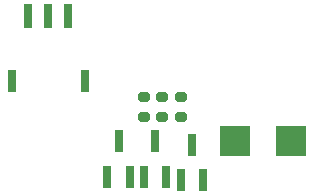
<source format=gbp>
G04 #@! TF.GenerationSoftware,KiCad,Pcbnew,(6.0.8)*
G04 #@! TF.CreationDate,2022-11-18T11:01:35-05:00*
G04 #@! TF.ProjectId,Emrick,456d7269-636b-42e6-9b69-6361645f7063,2*
G04 #@! TF.SameCoordinates,Original*
G04 #@! TF.FileFunction,Paste,Bot*
G04 #@! TF.FilePolarity,Positive*
%FSLAX46Y46*%
G04 Gerber Fmt 4.6, Leading zero omitted, Abs format (unit mm)*
G04 Created by KiCad (PCBNEW (6.0.8)) date 2022-11-18 11:01:35*
%MOMM*%
%LPD*%
G01*
G04 APERTURE LIST*
G04 Aperture macros list*
%AMRoundRect*
0 Rectangle with rounded corners*
0 $1 Rounding radius*
0 $2 $3 $4 $5 $6 $7 $8 $9 X,Y pos of 4 corners*
0 Add a 4 corners polygon primitive as box body*
4,1,4,$2,$3,$4,$5,$6,$7,$8,$9,$2,$3,0*
0 Add four circle primitives for the rounded corners*
1,1,$1+$1,$2,$3*
1,1,$1+$1,$4,$5*
1,1,$1+$1,$6,$7*
1,1,$1+$1,$8,$9*
0 Add four rect primitives between the rounded corners*
20,1,$1+$1,$2,$3,$4,$5,0*
20,1,$1+$1,$4,$5,$6,$7,0*
20,1,$1+$1,$6,$7,$8,$9,0*
20,1,$1+$1,$8,$9,$2,$3,0*%
G04 Aperture macros list end*
%ADD10R,0.800000X1.900000*%
%ADD11R,2.500000X2.500000*%
%ADD12RoundRect,0.200000X-0.275000X0.200000X-0.275000X-0.200000X0.275000X-0.200000X0.275000X0.200000X0*%
%ADD13R,0.762000X1.854200*%
%ADD14R,0.660400X2.000000*%
G04 APERTURE END LIST*
D10*
X100350000Y-33150000D03*
X98450000Y-33150000D03*
X99400000Y-30150000D03*
X94150000Y-32850000D03*
X92250000Y-32850000D03*
X93200000Y-29850000D03*
X97250000Y-32850000D03*
X95350000Y-32850000D03*
X96300000Y-29850000D03*
D11*
X107800000Y-29850000D03*
X103100000Y-29850000D03*
D12*
X98517500Y-26117500D03*
X98517500Y-27767500D03*
D13*
X84175000Y-24727400D03*
X90325000Y-24727400D03*
D14*
X85550001Y-19262000D03*
X87250000Y-19262000D03*
X88949999Y-19262000D03*
D12*
X96917500Y-26117500D03*
X96917500Y-27767500D03*
X95317500Y-26117500D03*
X95317500Y-27767500D03*
M02*

</source>
